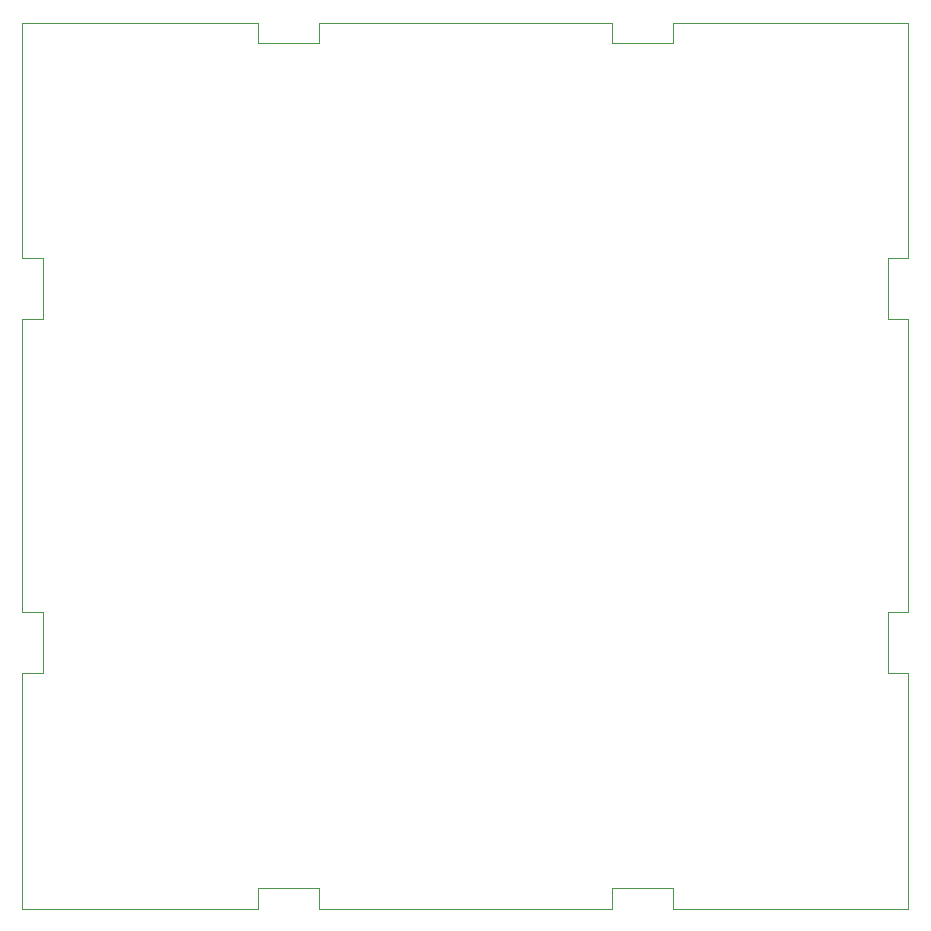
<source format=gbr>
%TF.GenerationSoftware,KiCad,Pcbnew,8.0.0*%
%TF.CreationDate,2024-11-17T17:13:44+03:00*%
%TF.ProjectId,box_bottom,626f785f-626f-4747-946f-6d2e6b696361,rev?*%
%TF.SameCoordinates,Original*%
%TF.FileFunction,Profile,NP*%
%FSLAX46Y46*%
G04 Gerber Fmt 4.6, Leading zero omitted, Abs format (unit mm)*
G04 Created by KiCad (PCBNEW 8.0.0) date 2024-11-17 17:13:44*
%MOMM*%
%LPD*%
G01*
G04 APERTURE LIST*
%TA.AperFunction,Profile*%
%ADD10C,0.050000*%
%TD*%
G04 APERTURE END LIST*
D10*
X180000000Y-93100000D02*
X180000000Y-117900000D01*
X255000000Y-93100000D02*
X255000000Y-117900000D01*
X229900000Y-68000000D02*
X205100000Y-68000000D01*
X229900000Y-143000000D02*
X205100000Y-143000000D01*
X199900000Y-143000000D02*
X180000000Y-143000000D01*
X255000000Y-143000000D02*
X235100000Y-143000000D01*
X180000000Y-123100000D02*
X180000000Y-143000000D01*
X181700000Y-93100000D02*
X180000000Y-93100000D01*
X180000000Y-117900000D02*
X181700000Y-117899999D01*
X181700000Y-87900000D02*
X181700000Y-93100000D01*
X179999999Y-68000000D02*
X179999999Y-87900000D01*
X181700000Y-123100001D02*
X180000000Y-123100000D01*
X181700000Y-117899999D02*
X181700000Y-123100001D01*
X179999999Y-87900000D02*
X181700000Y-87900000D01*
X255000000Y-93100000D02*
X253300000Y-93100001D01*
X253300000Y-123100000D02*
X253300000Y-117900000D01*
X255000001Y-123100000D02*
X253300000Y-123100000D01*
X253300000Y-117900000D02*
X255000000Y-117900000D01*
X253300000Y-87900000D02*
X255000000Y-87900000D01*
X253300000Y-93100001D02*
X253300000Y-87900000D01*
X205100000Y-68000000D02*
X205100001Y-69700000D01*
X235100000Y-69700000D02*
X229900000Y-69700000D01*
X235100000Y-67999999D02*
X235100000Y-69700000D01*
X229900000Y-69700000D02*
X229900000Y-68000000D01*
X199900000Y-69700000D02*
X199900000Y-68000000D01*
X205100001Y-69700000D02*
X199900000Y-69700000D01*
X255000000Y-68000000D02*
X235100000Y-68000000D01*
X180000000Y-68000000D02*
X199900000Y-68000000D01*
X255000000Y-68000000D02*
X255000000Y-87900000D01*
X255000000Y-143000000D02*
X255000000Y-123100000D01*
X199900000Y-143000000D02*
X199900000Y-141300000D01*
X205100000Y-141300000D02*
X205100000Y-143000000D01*
X199900000Y-141300000D02*
X205100000Y-141300000D01*
X235100000Y-141300000D02*
X235100000Y-143000000D01*
X229900000Y-141300000D02*
X235100000Y-141300000D01*
X229900000Y-143000000D02*
X229900000Y-141300000D01*
M02*

</source>
